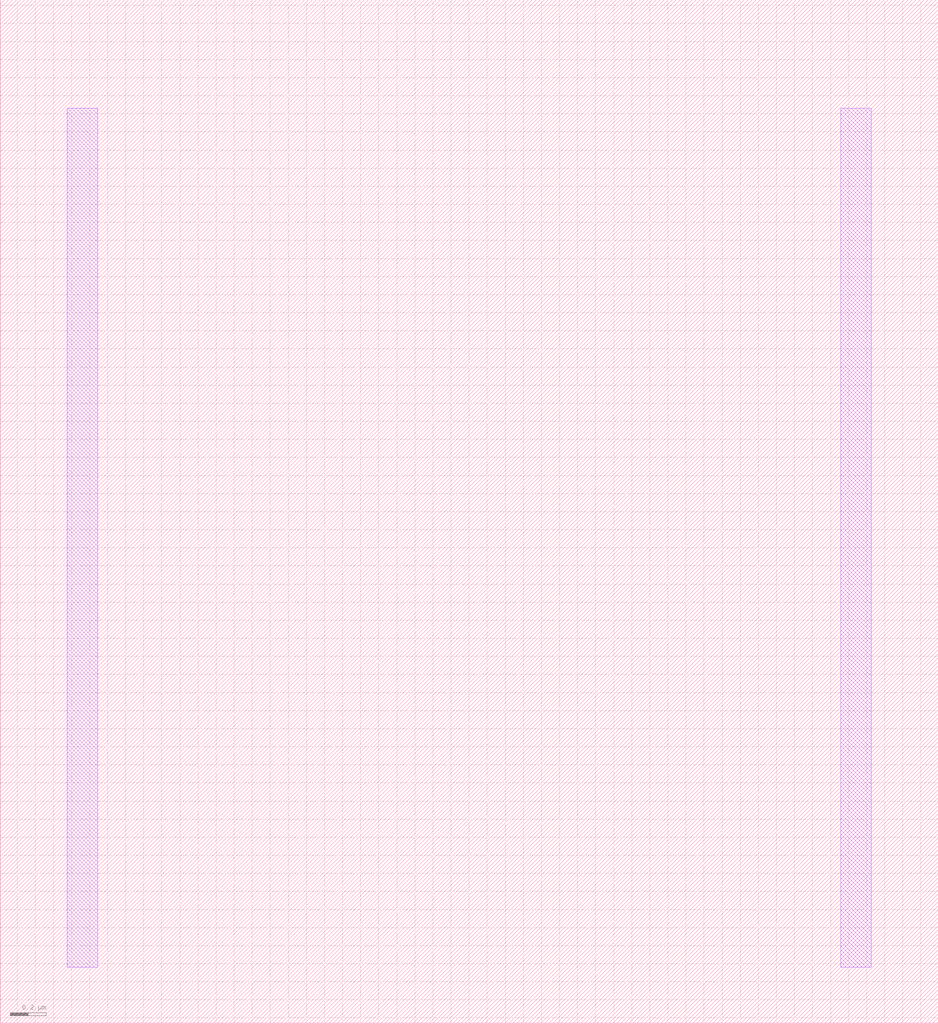
<source format=lef>
# Copyright 2020 The SkyWater PDK Authors
#
# Licensed under the Apache License, Version 2.0 (the "License");
# you may not use this file except in compliance with the License.
# You may obtain a copy of the License at
#
#     https://www.apache.org/licenses/LICENSE-2.0
#
# Unless required by applicable law or agreed to in writing, software
# distributed under the License is distributed on an "AS IS" BASIS,
# WITHOUT WARRANTIES OR CONDITIONS OF ANY KIND, either express or implied.
# See the License for the specific language governing permissions and
# limitations under the License.
#
# SPDX-License-Identifier: Apache-2.0

VERSION 5.7 ;
  NOWIREEXTENSIONATPIN ON ;
  DIVIDERCHAR "/" ;
  BUSBITCHARS "[]" ;
MACRO sky130_fd_pr__pfet_01v8__example4
  CLASS BLOCK ;
  FOREIGN sky130_fd_pr__pfet_01v8__example4 ;
  ORIGIN  0.595000  0.330000 ;
  SIZE  5.190000 BY  5.660000 ;
  OBS
    LAYER li1 ;
      RECT -0.225000 -0.020000 -0.055000 4.730000 ;
      RECT  4.055000 -0.020000  4.225000 4.730000 ;
  END
END sky130_fd_pr__pfet_01v8__example4
END LIBRARY

</source>
